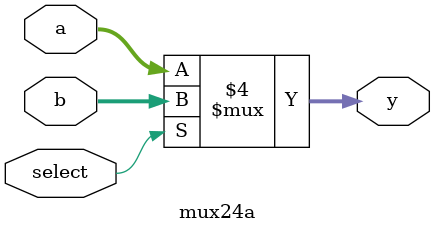
<source format=v>
`timescale 1ns / 1ps
module mux24a(input[31:0] a,input[31:0] b,input select,output reg[31:0] y);
always @(select or a or b)
if(select==0) 
  y=a;
else y=b;

endmodule

</source>
